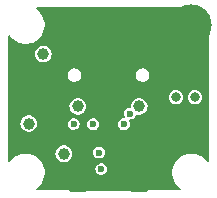
<source format=gbl>
%TF.GenerationSoftware,KiCad,Pcbnew,8.0.4*%
%TF.CreationDate,2024-08-22T18:58:07-07:00*%
%TF.ProjectId,UDB,5544422e-6b69-4636-9164-5f7063625858,C4-RC1*%
%TF.SameCoordinates,Original*%
%TF.FileFunction,Copper,L4,Bot*%
%TF.FilePolarity,Positive*%
%FSLAX46Y46*%
G04 Gerber Fmt 4.6, Leading zero omitted, Abs format (unit mm)*
G04 Created by KiCad (PCBNEW 8.0.4) date 2024-08-22 18:58:07*
%MOMM*%
%LPD*%
G01*
G04 APERTURE LIST*
G04 Aperture macros list*
%AMRoundRect*
0 Rectangle with rounded corners*
0 $1 Rounding radius*
0 $2 $3 $4 $5 $6 $7 $8 $9 X,Y pos of 4 corners*
0 Add a 4 corners polygon primitive as box body*
4,1,4,$2,$3,$4,$5,$6,$7,$8,$9,$2,$3,0*
0 Add four circle primitives for the rounded corners*
1,1,$1+$1,$2,$3*
1,1,$1+$1,$4,$5*
1,1,$1+$1,$6,$7*
1,1,$1+$1,$8,$9*
0 Add four rect primitives between the rounded corners*
20,1,$1+$1,$2,$3,$4,$5,0*
20,1,$1+$1,$4,$5,$6,$7,0*
20,1,$1+$1,$6,$7,$8,$9,0*
20,1,$1+$1,$8,$9,$2,$3,0*%
G04 Aperture macros list end*
%TA.AperFunction,ComponentPad*%
%ADD10C,3.500001*%
%TD*%
%TA.AperFunction,ComponentPad*%
%ADD11C,0.600000*%
%TD*%
%TA.AperFunction,SMDPad,CuDef*%
%ADD12RoundRect,0.100000X-0.625000X-0.900000X0.625000X-0.900000X0.625000X0.900000X-0.625000X0.900000X0*%
%TD*%
%TA.AperFunction,ComponentPad*%
%ADD13O,1.300000X1.900000*%
%TD*%
%TA.AperFunction,ComponentPad*%
%ADD14O,1.100000X2.200000*%
%TD*%
%TA.AperFunction,ViaPad*%
%ADD15C,0.600000*%
%TD*%
%TA.AperFunction,ViaPad*%
%ADD16C,0.800000*%
%TD*%
%TA.AperFunction,ViaPad*%
%ADD17C,1.000000*%
%TD*%
%TA.AperFunction,Conductor*%
%ADD18C,0.500000*%
%TD*%
G04 APERTURE END LIST*
D10*
X82004500Y-58543000D03*
D11*
X77954500Y-70943000D03*
D12*
X77579500Y-71643000D03*
D11*
X77204500Y-72343000D03*
X77204500Y-71643000D03*
X77204500Y-70943000D03*
X72804500Y-72343000D03*
X72804500Y-71643000D03*
X72804500Y-70943000D03*
D12*
X72429500Y-71643000D03*
D11*
X72004500Y-70943000D03*
D13*
X70702500Y-59143000D03*
D14*
X70702500Y-63343000D03*
D13*
X79302500Y-59143000D03*
D14*
X79302500Y-63343000D03*
D15*
X75002500Y-67143000D03*
D16*
X80702500Y-64668000D03*
D15*
X76825978Y-66043018D03*
X72052500Y-66933000D03*
D16*
X82302500Y-64668000D03*
D15*
X74404500Y-70743000D03*
X73704500Y-66943000D03*
X74204500Y-69343000D03*
X76304500Y-66943000D03*
D17*
X77602500Y-65437300D03*
X72402500Y-65443000D03*
X69490500Y-61007000D03*
X71214500Y-69448000D03*
X68240500Y-66890000D03*
D18*
X76554500Y-72343000D02*
X72804500Y-72343000D01*
X76554500Y-72343000D02*
X77204500Y-72343000D01*
%TA.AperFunction,Conductor*%
G36*
X82008022Y-57043752D02*
G01*
X82033005Y-57045538D01*
X82210845Y-57058258D01*
X82224808Y-57060265D01*
X82420049Y-57102737D01*
X82433588Y-57106713D01*
X82620792Y-57176537D01*
X82633618Y-57182394D01*
X82808976Y-57278146D01*
X82820856Y-57285781D01*
X82980794Y-57405509D01*
X82991466Y-57414756D01*
X83132743Y-57556033D01*
X83141993Y-57566709D01*
X83261718Y-57726643D01*
X83269354Y-57738525D01*
X83365102Y-57913875D01*
X83370966Y-57926715D01*
X83440784Y-58113904D01*
X83444764Y-58127457D01*
X83487232Y-58322681D01*
X83489242Y-58336662D01*
X83503748Y-58539476D01*
X83504000Y-58546539D01*
X83504000Y-70079260D01*
X83485093Y-70137451D01*
X83435593Y-70173415D01*
X83374407Y-70173415D01*
X83324907Y-70137451D01*
X83303357Y-70107790D01*
X83225293Y-70000344D01*
X83047156Y-69822207D01*
X82843345Y-69674130D01*
X82843344Y-69674129D01*
X82843342Y-69674128D01*
X82618879Y-69559759D01*
X82379280Y-69481908D01*
X82130465Y-69442500D01*
X82130462Y-69442500D01*
X81878538Y-69442500D01*
X81878535Y-69442500D01*
X81629719Y-69481908D01*
X81390120Y-69559759D01*
X81165657Y-69674128D01*
X80961845Y-69822206D01*
X80783706Y-70000345D01*
X80635628Y-70204157D01*
X80521259Y-70428620D01*
X80443408Y-70668219D01*
X80404000Y-70917034D01*
X80404000Y-71168965D01*
X80443408Y-71417780D01*
X80468353Y-71494551D01*
X80521259Y-71657379D01*
X80635630Y-71881845D01*
X80783707Y-72085656D01*
X80961844Y-72263793D01*
X81098952Y-72363408D01*
X81134916Y-72412907D01*
X81134916Y-72474093D01*
X81098952Y-72523593D01*
X81040761Y-72542500D01*
X68981850Y-72542500D01*
X68923659Y-72523593D01*
X68887695Y-72474093D01*
X68887695Y-72412907D01*
X68923657Y-72363408D01*
X69052368Y-72269895D01*
X69231395Y-72090868D01*
X69380213Y-71886038D01*
X69495156Y-71660450D01*
X69573394Y-71419658D01*
X69573691Y-71417785D01*
X69613000Y-71169595D01*
X69613000Y-70916404D01*
X69585535Y-70742997D01*
X73898853Y-70742997D01*
X73898853Y-70743002D01*
X73919334Y-70885456D01*
X73961191Y-70977108D01*
X73979123Y-71016373D01*
X74073372Y-71125143D01*
X74073373Y-71125144D01*
X74180908Y-71194252D01*
X74194447Y-71202953D01*
X74300903Y-71234211D01*
X74332535Y-71243499D01*
X74332536Y-71243499D01*
X74332539Y-71243500D01*
X74332541Y-71243500D01*
X74476459Y-71243500D01*
X74476461Y-71243500D01*
X74614553Y-71202953D01*
X74735628Y-71125143D01*
X74829877Y-71016373D01*
X74889665Y-70885457D01*
X74910147Y-70743000D01*
X74899125Y-70666342D01*
X74889665Y-70600543D01*
X74829877Y-70469628D01*
X74829877Y-70469627D01*
X74735628Y-70360857D01*
X74735627Y-70360856D01*
X74735626Y-70360855D01*
X74614557Y-70283049D01*
X74614554Y-70283047D01*
X74614553Y-70283047D01*
X74614550Y-70283046D01*
X74476464Y-70242500D01*
X74476461Y-70242500D01*
X74332539Y-70242500D01*
X74332535Y-70242500D01*
X74194449Y-70283046D01*
X74194442Y-70283049D01*
X74073373Y-70360855D01*
X73979122Y-70469628D01*
X73919334Y-70600543D01*
X73898853Y-70742997D01*
X69585535Y-70742997D01*
X69573395Y-70666346D01*
X69573394Y-70666342D01*
X69495156Y-70425550D01*
X69380213Y-70199962D01*
X69231395Y-69995132D01*
X69052368Y-69816105D01*
X68847538Y-69667287D01*
X68847537Y-69667286D01*
X68847535Y-69667285D01*
X68621950Y-69552344D01*
X68381153Y-69474104D01*
X68216333Y-69448000D01*
X70508855Y-69448000D01*
X70529360Y-69616872D01*
X70589682Y-69775930D01*
X70686317Y-69915929D01*
X70813648Y-70028734D01*
X70964275Y-70107790D01*
X71129444Y-70148500D01*
X71129447Y-70148500D01*
X71299553Y-70148500D01*
X71299556Y-70148500D01*
X71464725Y-70107790D01*
X71615352Y-70028734D01*
X71742683Y-69915929D01*
X71839318Y-69775930D01*
X71899640Y-69616872D01*
X71920145Y-69448000D01*
X71907395Y-69342997D01*
X73698853Y-69342997D01*
X73698853Y-69343002D01*
X73719334Y-69485456D01*
X73753268Y-69559759D01*
X73779123Y-69616373D01*
X73873372Y-69725143D01*
X73873373Y-69725144D01*
X73952398Y-69775930D01*
X73994447Y-69802953D01*
X74100903Y-69834211D01*
X74132535Y-69843499D01*
X74132536Y-69843499D01*
X74132539Y-69843500D01*
X74132541Y-69843500D01*
X74276459Y-69843500D01*
X74276461Y-69843500D01*
X74414553Y-69802953D01*
X74535628Y-69725143D01*
X74629877Y-69616373D01*
X74689665Y-69485457D01*
X74710147Y-69343000D01*
X74689665Y-69200543D01*
X74629877Y-69069627D01*
X74535628Y-68960857D01*
X74535627Y-68960856D01*
X74535626Y-68960855D01*
X74414557Y-68883049D01*
X74414554Y-68883047D01*
X74414553Y-68883047D01*
X74414550Y-68883046D01*
X74276464Y-68842500D01*
X74276461Y-68842500D01*
X74132539Y-68842500D01*
X74132535Y-68842500D01*
X73994449Y-68883046D01*
X73994442Y-68883049D01*
X73873373Y-68960855D01*
X73779122Y-69069628D01*
X73719334Y-69200543D01*
X73698853Y-69342997D01*
X71907395Y-69342997D01*
X71899640Y-69279128D01*
X71839318Y-69120070D01*
X71742683Y-68980071D01*
X71615352Y-68867266D01*
X71464725Y-68788210D01*
X71464724Y-68788209D01*
X71464723Y-68788209D01*
X71299558Y-68747500D01*
X71299556Y-68747500D01*
X71129444Y-68747500D01*
X71129441Y-68747500D01*
X70964276Y-68788209D01*
X70813646Y-68867267D01*
X70686318Y-68980069D01*
X70686316Y-68980072D01*
X70624500Y-69069628D01*
X70589682Y-69120070D01*
X70529360Y-69279128D01*
X70508855Y-69448000D01*
X68216333Y-69448000D01*
X68131095Y-69434500D01*
X68131092Y-69434500D01*
X67877908Y-69434500D01*
X67877905Y-69434500D01*
X67627846Y-69474104D01*
X67387049Y-69552344D01*
X67161464Y-69667285D01*
X66956633Y-69816104D01*
X66777600Y-69995137D01*
X66684092Y-70123840D01*
X66634592Y-70159804D01*
X66573407Y-70159803D01*
X66523907Y-70123839D01*
X66505000Y-70065649D01*
X66505000Y-66890000D01*
X67534855Y-66890000D01*
X67555360Y-67058872D01*
X67615682Y-67217930D01*
X67712317Y-67357929D01*
X67839648Y-67470734D01*
X67990275Y-67549790D01*
X68155444Y-67590500D01*
X68155447Y-67590500D01*
X68325553Y-67590500D01*
X68325556Y-67590500D01*
X68490725Y-67549790D01*
X68641352Y-67470734D01*
X68768683Y-67357929D01*
X68865318Y-67217930D01*
X68925640Y-67058872D01*
X68940924Y-66932997D01*
X71546853Y-66932997D01*
X71546853Y-66933002D01*
X71567334Y-67075456D01*
X71627122Y-67206371D01*
X71627123Y-67206373D01*
X71721372Y-67315143D01*
X71721373Y-67315144D01*
X71787945Y-67357927D01*
X71842447Y-67392953D01*
X71948903Y-67424211D01*
X71980535Y-67433499D01*
X71980536Y-67433499D01*
X71980539Y-67433500D01*
X71980541Y-67433500D01*
X72124459Y-67433500D01*
X72124461Y-67433500D01*
X72262553Y-67392953D01*
X72383628Y-67315143D01*
X72477877Y-67206373D01*
X72537665Y-67075457D01*
X72556710Y-66942997D01*
X73198853Y-66942997D01*
X73198853Y-66943002D01*
X73219334Y-67085456D01*
X73274555Y-67206371D01*
X73279123Y-67216373D01*
X73364707Y-67315143D01*
X73373373Y-67325144D01*
X73494442Y-67402950D01*
X73494447Y-67402953D01*
X73598478Y-67433499D01*
X73632535Y-67443499D01*
X73632536Y-67443499D01*
X73632539Y-67443500D01*
X73632541Y-67443500D01*
X73776459Y-67443500D01*
X73776461Y-67443500D01*
X73914553Y-67402953D01*
X74035628Y-67325143D01*
X74129877Y-67216373D01*
X74189665Y-67085457D01*
X74210147Y-66943000D01*
X74210147Y-66942997D01*
X75798853Y-66942997D01*
X75798853Y-66943002D01*
X75819334Y-67085456D01*
X75874555Y-67206371D01*
X75879123Y-67216373D01*
X75964707Y-67315143D01*
X75973373Y-67325144D01*
X76094442Y-67402950D01*
X76094447Y-67402953D01*
X76198478Y-67433499D01*
X76232535Y-67443499D01*
X76232536Y-67443499D01*
X76232539Y-67443500D01*
X76232541Y-67443500D01*
X76376459Y-67443500D01*
X76376461Y-67443500D01*
X76514553Y-67402953D01*
X76635628Y-67325143D01*
X76729877Y-67216373D01*
X76789665Y-67085457D01*
X76810147Y-66943000D01*
X76808709Y-66933000D01*
X76789665Y-66800543D01*
X76736279Y-66683645D01*
X76729304Y-66622858D01*
X76759390Y-66569581D01*
X76815046Y-66544163D01*
X76826332Y-66543518D01*
X76897937Y-66543518D01*
X76897939Y-66543518D01*
X77036031Y-66502971D01*
X77157106Y-66425161D01*
X77251355Y-66316391D01*
X77311143Y-66185475D01*
X77311144Y-66185467D01*
X77311425Y-66184514D01*
X77311898Y-66183820D01*
X77314085Y-66179034D01*
X77314912Y-66179412D01*
X77345956Y-66134004D01*
X77403582Y-66113438D01*
X77430108Y-66116273D01*
X77517444Y-66137800D01*
X77517447Y-66137800D01*
X77687553Y-66137800D01*
X77687556Y-66137800D01*
X77852725Y-66097090D01*
X78003352Y-66018034D01*
X78130683Y-65905229D01*
X78227318Y-65765230D01*
X78287640Y-65606172D01*
X78308145Y-65437300D01*
X78287640Y-65268428D01*
X78227318Y-65109370D01*
X78130683Y-64969371D01*
X78003352Y-64856566D01*
X77852725Y-64777510D01*
X77852724Y-64777509D01*
X77852723Y-64777509D01*
X77687558Y-64736800D01*
X77687556Y-64736800D01*
X77517444Y-64736800D01*
X77517441Y-64736800D01*
X77352276Y-64777509D01*
X77201646Y-64856567D01*
X77074318Y-64969369D01*
X77074316Y-64969372D01*
X77070382Y-64975072D01*
X76977682Y-65109370D01*
X76923195Y-65253044D01*
X76917360Y-65268429D01*
X76896855Y-65437298D01*
X76896855Y-65443288D01*
X76893864Y-65443288D01*
X76884421Y-65491603D01*
X76839630Y-65533286D01*
X76797883Y-65542518D01*
X76754013Y-65542518D01*
X76615927Y-65583064D01*
X76615920Y-65583067D01*
X76494851Y-65660873D01*
X76400600Y-65769646D01*
X76340812Y-65900561D01*
X76320331Y-66043015D01*
X76320331Y-66043020D01*
X76340812Y-66185474D01*
X76394199Y-66302373D01*
X76401174Y-66363160D01*
X76371088Y-66416437D01*
X76315432Y-66441855D01*
X76304146Y-66442500D01*
X76232535Y-66442500D01*
X76094449Y-66483046D01*
X76094442Y-66483049D01*
X75973373Y-66560855D01*
X75879122Y-66669628D01*
X75819334Y-66800543D01*
X75798853Y-66942997D01*
X74210147Y-66942997D01*
X74208709Y-66933000D01*
X74189665Y-66800543D01*
X74153397Y-66721128D01*
X74129877Y-66669627D01*
X74035628Y-66560857D01*
X74035627Y-66560856D01*
X74035626Y-66560855D01*
X73914557Y-66483049D01*
X73914554Y-66483047D01*
X73914553Y-66483047D01*
X73914550Y-66483046D01*
X73776464Y-66442500D01*
X73776461Y-66442500D01*
X73632539Y-66442500D01*
X73632535Y-66442500D01*
X73494449Y-66483046D01*
X73494442Y-66483049D01*
X73373373Y-66560855D01*
X73279122Y-66669628D01*
X73219334Y-66800543D01*
X73198853Y-66942997D01*
X72556710Y-66942997D01*
X72558147Y-66933000D01*
X72551964Y-66889998D01*
X72537665Y-66790543D01*
X72505964Y-66721128D01*
X72477877Y-66659627D01*
X72383628Y-66550857D01*
X72383627Y-66550856D01*
X72383626Y-66550855D01*
X72262557Y-66473049D01*
X72262554Y-66473047D01*
X72262553Y-66473047D01*
X72262550Y-66473046D01*
X72124464Y-66432500D01*
X72124461Y-66432500D01*
X71980539Y-66432500D01*
X71980535Y-66432500D01*
X71842449Y-66473046D01*
X71842442Y-66473049D01*
X71721373Y-66550855D01*
X71627122Y-66659628D01*
X71567334Y-66790543D01*
X71546853Y-66932997D01*
X68940924Y-66932997D01*
X68946145Y-66890000D01*
X68925640Y-66721128D01*
X68865318Y-66562070D01*
X68768683Y-66422071D01*
X68641352Y-66309266D01*
X68490725Y-66230210D01*
X68490724Y-66230209D01*
X68490723Y-66230209D01*
X68325558Y-66189500D01*
X68325556Y-66189500D01*
X68155444Y-66189500D01*
X68155441Y-66189500D01*
X67990276Y-66230209D01*
X67839646Y-66309267D01*
X67712318Y-66422069D01*
X67712316Y-66422072D01*
X67656477Y-66502968D01*
X67615682Y-66562070D01*
X67555360Y-66721128D01*
X67534855Y-66890000D01*
X66505000Y-66890000D01*
X66505000Y-65443000D01*
X71696855Y-65443000D01*
X71717360Y-65611872D01*
X71777682Y-65770930D01*
X71874317Y-65910929D01*
X72001648Y-66023734D01*
X72152275Y-66102790D01*
X72317444Y-66143500D01*
X72317447Y-66143500D01*
X72487553Y-66143500D01*
X72487556Y-66143500D01*
X72652725Y-66102790D01*
X72803352Y-66023734D01*
X72930683Y-65910929D01*
X73027318Y-65770930D01*
X73087640Y-65611872D01*
X73108145Y-65443000D01*
X73087640Y-65274128D01*
X73027318Y-65115070D01*
X72930683Y-64975071D01*
X72925908Y-64970841D01*
X72803353Y-64862267D01*
X72803352Y-64862266D01*
X72652725Y-64783210D01*
X72652724Y-64783209D01*
X72652723Y-64783209D01*
X72487558Y-64742500D01*
X72487556Y-64742500D01*
X72317444Y-64742500D01*
X72317441Y-64742500D01*
X72152276Y-64783209D01*
X72001646Y-64862267D01*
X71874318Y-64975069D01*
X71874316Y-64975072D01*
X71790648Y-65096286D01*
X71777682Y-65115070D01*
X71717360Y-65274128D01*
X71696855Y-65443000D01*
X66505000Y-65443000D01*
X66505000Y-64667999D01*
X80096818Y-64667999D01*
X80096818Y-64668000D01*
X80117455Y-64824758D01*
X80117457Y-64824766D01*
X80177962Y-64970838D01*
X80177962Y-64970839D01*
X80274213Y-65096276D01*
X80274218Y-65096282D01*
X80399659Y-65192536D01*
X80545738Y-65253044D01*
X80662592Y-65268428D01*
X80702499Y-65273682D01*
X80702500Y-65273682D01*
X80702501Y-65273682D01*
X80733852Y-65269554D01*
X80859262Y-65253044D01*
X81005341Y-65192536D01*
X81130782Y-65096282D01*
X81227036Y-64970841D01*
X81287544Y-64824762D01*
X81308182Y-64668000D01*
X81308182Y-64667999D01*
X81696818Y-64667999D01*
X81696818Y-64668000D01*
X81717455Y-64824758D01*
X81717457Y-64824766D01*
X81777962Y-64970838D01*
X81777962Y-64970839D01*
X81874213Y-65096276D01*
X81874218Y-65096282D01*
X81999659Y-65192536D01*
X82145738Y-65253044D01*
X82262592Y-65268428D01*
X82302499Y-65273682D01*
X82302500Y-65273682D01*
X82302501Y-65273682D01*
X82333852Y-65269554D01*
X82459262Y-65253044D01*
X82605341Y-65192536D01*
X82730782Y-65096282D01*
X82827036Y-64970841D01*
X82887544Y-64824762D01*
X82908182Y-64668000D01*
X82887544Y-64511238D01*
X82827037Y-64365161D01*
X82827037Y-64365160D01*
X82730786Y-64239723D01*
X82730785Y-64239722D01*
X82730782Y-64239718D01*
X82730777Y-64239714D01*
X82730776Y-64239713D01*
X82605338Y-64143462D01*
X82459266Y-64082957D01*
X82459258Y-64082955D01*
X82302501Y-64062318D01*
X82302499Y-64062318D01*
X82145741Y-64082955D01*
X82145733Y-64082957D01*
X81999661Y-64143462D01*
X81999660Y-64143462D01*
X81874223Y-64239713D01*
X81874213Y-64239723D01*
X81777962Y-64365160D01*
X81777962Y-64365161D01*
X81717457Y-64511233D01*
X81717455Y-64511241D01*
X81696818Y-64667999D01*
X81308182Y-64667999D01*
X81287544Y-64511238D01*
X81227037Y-64365161D01*
X81227037Y-64365160D01*
X81130786Y-64239723D01*
X81130785Y-64239722D01*
X81130782Y-64239718D01*
X81130777Y-64239714D01*
X81130776Y-64239713D01*
X81005338Y-64143462D01*
X80859266Y-64082957D01*
X80859258Y-64082955D01*
X80702501Y-64062318D01*
X80702499Y-64062318D01*
X80545741Y-64082955D01*
X80545733Y-64082957D01*
X80399661Y-64143462D01*
X80399660Y-64143462D01*
X80274223Y-64239713D01*
X80274213Y-64239723D01*
X80177962Y-64365160D01*
X80177962Y-64365161D01*
X80117457Y-64511233D01*
X80117455Y-64511241D01*
X80096818Y-64667999D01*
X66505000Y-64667999D01*
X66505000Y-62716234D01*
X71537000Y-62716234D01*
X71537000Y-62867766D01*
X71571586Y-62996847D01*
X71576220Y-63014139D01*
X71651981Y-63145360D01*
X71651983Y-63145362D01*
X71651985Y-63145365D01*
X71759135Y-63252515D01*
X71759137Y-63252516D01*
X71759139Y-63252518D01*
X71890361Y-63328279D01*
X71890359Y-63328279D01*
X71890363Y-63328280D01*
X71890365Y-63328281D01*
X72036734Y-63367500D01*
X72036736Y-63367500D01*
X72188264Y-63367500D01*
X72188266Y-63367500D01*
X72334635Y-63328281D01*
X72334637Y-63328279D01*
X72334639Y-63328279D01*
X72465860Y-63252518D01*
X72465860Y-63252517D01*
X72465865Y-63252515D01*
X72573015Y-63145365D01*
X72648781Y-63014135D01*
X72688000Y-62867766D01*
X72688000Y-62716234D01*
X77317000Y-62716234D01*
X77317000Y-62867766D01*
X77351586Y-62996847D01*
X77356220Y-63014139D01*
X77431981Y-63145360D01*
X77431983Y-63145362D01*
X77431985Y-63145365D01*
X77539135Y-63252515D01*
X77539137Y-63252516D01*
X77539139Y-63252518D01*
X77670361Y-63328279D01*
X77670359Y-63328279D01*
X77670363Y-63328280D01*
X77670365Y-63328281D01*
X77816734Y-63367500D01*
X77816736Y-63367500D01*
X77968264Y-63367500D01*
X77968266Y-63367500D01*
X78114635Y-63328281D01*
X78114637Y-63328279D01*
X78114639Y-63328279D01*
X78245860Y-63252518D01*
X78245860Y-63252517D01*
X78245865Y-63252515D01*
X78353015Y-63145365D01*
X78428781Y-63014135D01*
X78468000Y-62867766D01*
X78468000Y-62716234D01*
X78428781Y-62569865D01*
X78428779Y-62569862D01*
X78428779Y-62569860D01*
X78353018Y-62438639D01*
X78353016Y-62438637D01*
X78353015Y-62438635D01*
X78245865Y-62331485D01*
X78245862Y-62331483D01*
X78245860Y-62331481D01*
X78114638Y-62255720D01*
X78114640Y-62255720D01*
X78057847Y-62240503D01*
X77968266Y-62216500D01*
X77816734Y-62216500D01*
X77727152Y-62240503D01*
X77670360Y-62255720D01*
X77539139Y-62331481D01*
X77431981Y-62438639D01*
X77356220Y-62569860D01*
X77356219Y-62569865D01*
X77317000Y-62716234D01*
X72688000Y-62716234D01*
X72648781Y-62569865D01*
X72648779Y-62569862D01*
X72648779Y-62569860D01*
X72573018Y-62438639D01*
X72573016Y-62438637D01*
X72573015Y-62438635D01*
X72465865Y-62331485D01*
X72465862Y-62331483D01*
X72465860Y-62331481D01*
X72334638Y-62255720D01*
X72334640Y-62255720D01*
X72277847Y-62240503D01*
X72188266Y-62216500D01*
X72036734Y-62216500D01*
X71947152Y-62240503D01*
X71890360Y-62255720D01*
X71759139Y-62331481D01*
X71651981Y-62438639D01*
X71576220Y-62569860D01*
X71576219Y-62569865D01*
X71537000Y-62716234D01*
X66505000Y-62716234D01*
X66505000Y-61007000D01*
X68784855Y-61007000D01*
X68805360Y-61175872D01*
X68865682Y-61334930D01*
X68962317Y-61474929D01*
X69089648Y-61587734D01*
X69240275Y-61666790D01*
X69405444Y-61707500D01*
X69405447Y-61707500D01*
X69575553Y-61707500D01*
X69575556Y-61707500D01*
X69740725Y-61666790D01*
X69891352Y-61587734D01*
X70018683Y-61474929D01*
X70115318Y-61334930D01*
X70175640Y-61175872D01*
X70196145Y-61007000D01*
X70175640Y-60838128D01*
X70115318Y-60679070D01*
X70018683Y-60539071D01*
X69891352Y-60426266D01*
X69740725Y-60347210D01*
X69740724Y-60347209D01*
X69740723Y-60347209D01*
X69575558Y-60306500D01*
X69575556Y-60306500D01*
X69405444Y-60306500D01*
X69405441Y-60306500D01*
X69240276Y-60347209D01*
X69089646Y-60426267D01*
X68962318Y-60539069D01*
X68962317Y-60539071D01*
X68865682Y-60679070D01*
X68805360Y-60838128D01*
X68784855Y-61007000D01*
X66505000Y-61007000D01*
X66505000Y-59520350D01*
X66523907Y-59462159D01*
X66573407Y-59426195D01*
X66634593Y-59426195D01*
X66684091Y-59462157D01*
X66777605Y-59590868D01*
X66956632Y-59769895D01*
X67161462Y-59918713D01*
X67387050Y-60033656D01*
X67627842Y-60111894D01*
X67627843Y-60111894D01*
X67627846Y-60111895D01*
X67877905Y-60151500D01*
X67877908Y-60151500D01*
X68131095Y-60151500D01*
X68381153Y-60111895D01*
X68381154Y-60111894D01*
X68381158Y-60111894D01*
X68621950Y-60033656D01*
X68847538Y-59918713D01*
X69052368Y-59769895D01*
X69231395Y-59590868D01*
X69380213Y-59386038D01*
X69495156Y-59160450D01*
X69573394Y-58919658D01*
X69613000Y-58669592D01*
X69613000Y-58416408D01*
X69613000Y-58416404D01*
X69573395Y-58166346D01*
X69573394Y-58166342D01*
X69495156Y-57925550D01*
X69380213Y-57699962D01*
X69231395Y-57495132D01*
X69052368Y-57316105D01*
X68923657Y-57222591D01*
X68887695Y-57173093D01*
X68887695Y-57111907D01*
X68923659Y-57062407D01*
X68981850Y-57043500D01*
X81938608Y-57043500D01*
X82000960Y-57043500D01*
X82008022Y-57043752D01*
G37*
%TD.AperFunction*%
M02*

</source>
